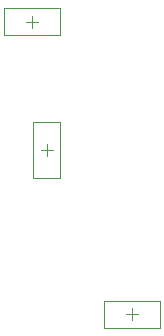
<source format=gbr>
%TF.GenerationSoftware,Altium Limited,Altium Designer,19.1.8 (144)*%
G04 Layer_Color=32768*
%FSLAX26Y26*%
%MOIN*%
%TF.FileFunction,Other,Mechanical_15*%
%TF.Part,Single*%
G01*
G75*
%TA.AperFunction,NonConductor*%
%ADD36C,0.003937*%
%ADD42C,0.001968*%
D36*
X2025591Y1693898D02*
Y1733268D01*
X2005906Y1713583D02*
X2045276D01*
X1691929Y2668307D02*
Y2707677D01*
X1672244Y2687992D02*
X1711614D01*
X1721457Y2259843D02*
X1760827D01*
X1741142Y2240157D02*
Y2279528D01*
D42*
X1933071Y1668307D02*
X2118110D01*
X1933071Y1758858D02*
X2118110D01*
Y1668307D02*
Y1758858D01*
X1933071Y1668307D02*
Y1758858D01*
X1599409Y2733268D02*
X1784449D01*
X1599409Y2642716D02*
X1784449D01*
Y2733268D01*
X1599409Y2642716D02*
Y2733268D01*
X1786417Y2167323D02*
Y2352362D01*
X1695866Y2167323D02*
Y2352362D01*
Y2167323D02*
X1786417D01*
X1695866Y2352362D02*
X1786417D01*
%TF.MD5,8740449a35ca331099360b93a0be11b7*%
M02*

</source>
